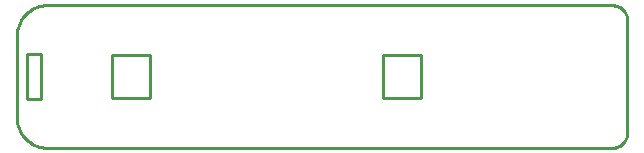
<source format=gbr>
G04 EAGLE Gerber RS-274X export*
G75*
%MOMM*%
%FSLAX34Y34*%
%LPD*%
%IN*%
%IPPOS*%
%AMOC8*
5,1,8,0,0,1.08239X$1,22.5*%
G01*
%ADD10C,0.254000*%


D10*
X19050Y-34925D02*
X19147Y-37139D01*
X19436Y-39336D01*
X19915Y-41499D01*
X20582Y-43612D01*
X21430Y-45660D01*
X22453Y-47625D01*
X23644Y-49494D01*
X24992Y-51252D01*
X26490Y-52886D01*
X28123Y-54383D01*
X29881Y-55731D01*
X31750Y-56922D01*
X33716Y-57945D01*
X35763Y-58793D01*
X37876Y-59460D01*
X40039Y-59939D01*
X42236Y-60228D01*
X44450Y-60325D01*
X523240Y-60325D01*
X524347Y-60277D01*
X525445Y-60132D01*
X526527Y-59892D01*
X527584Y-59559D01*
X528607Y-59135D01*
X529590Y-58624D01*
X530524Y-58028D01*
X531403Y-57354D01*
X532220Y-56605D01*
X532969Y-55788D01*
X533643Y-54909D01*
X534239Y-53975D01*
X534750Y-52992D01*
X535174Y-51969D01*
X535507Y-50912D01*
X535747Y-49830D01*
X535892Y-48732D01*
X535940Y-47625D01*
X535940Y47625D01*
X535892Y48732D01*
X535747Y49830D01*
X535507Y50912D01*
X535174Y51969D01*
X534750Y52992D01*
X534239Y53975D01*
X533643Y54909D01*
X532969Y55788D01*
X532220Y56605D01*
X531403Y57354D01*
X530524Y58028D01*
X529590Y58624D01*
X528607Y59135D01*
X527584Y59559D01*
X526527Y59892D01*
X525445Y60132D01*
X524347Y60277D01*
X523240Y60325D01*
X44450Y60325D01*
X42236Y60228D01*
X40039Y59939D01*
X37876Y59460D01*
X35763Y58793D01*
X33716Y57945D01*
X31750Y56922D01*
X29881Y55731D01*
X28123Y54383D01*
X26490Y52886D01*
X24992Y51252D01*
X23644Y49494D01*
X22453Y47625D01*
X21430Y45660D01*
X20582Y43612D01*
X19915Y41499D01*
X19436Y39336D01*
X19147Y37139D01*
X19050Y34925D01*
X19050Y-34925D01*
X329440Y-18000D02*
X361440Y-18000D01*
X361440Y18000D01*
X329440Y18000D01*
X329440Y-18000D01*
X27940Y-19050D02*
X39370Y-19050D01*
X39370Y19050D01*
X27940Y19050D01*
X27940Y-19050D01*
X99570Y-18000D02*
X131570Y-18000D01*
X131570Y18000D01*
X99570Y18000D01*
X99570Y-18000D01*
M02*

</source>
